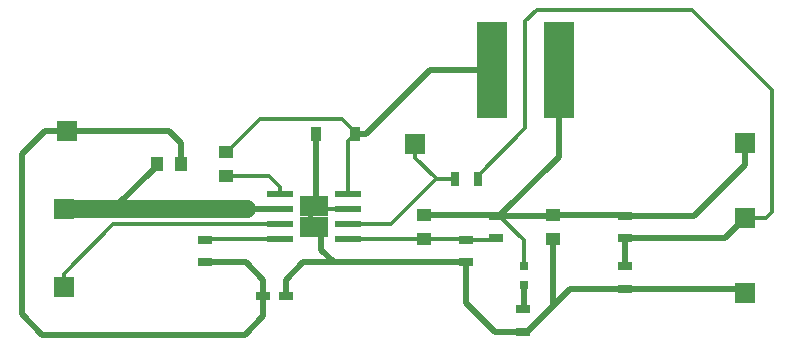
<source format=gtl>
G04 #@! TF.FileFunction,Copper,L1,Top,Signal*
%FSLAX46Y46*%
G04 Gerber Fmt 4.6, Leading zero omitted, Abs format (unit mm)*
G04 Created by KiCad (PCBNEW 4.0.4-stable) date 05/22/17 07:36:44*
%MOMM*%
%LPD*%
G01*
G04 APERTURE LIST*
%ADD10C,0.100000*%
%ADD11R,1.700000X1.700000*%
%ADD12R,1.250000X1.000000*%
%ADD13R,0.800000X0.800000*%
%ADD14R,2.600000X8.200000*%
%ADD15R,0.900000X1.200000*%
%ADD16R,1.000000X1.250000*%
%ADD17R,1.300000X0.700000*%
%ADD18R,0.700000X1.300000*%
%ADD19R,1.200000X1.800000*%
%ADD20R,2.200000X0.600000*%
%ADD21R,1.200000X0.750000*%
%ADD22C,1.500000*%
%ADD23C,0.500000*%
%ADD24C,0.300000*%
%ADD25C,1.000000*%
%ADD26C,0.250000*%
G04 APERTURE END LIST*
D10*
D11*
X76454000Y-45212000D03*
D12*
X89916000Y-47006000D03*
X89916000Y-49006000D03*
X106680000Y-52356000D03*
X106680000Y-54356000D03*
X117602000Y-52340000D03*
X117602000Y-54340000D03*
D13*
X115138200Y-56629400D03*
X115138200Y-58229400D03*
D14*
X118090600Y-40055800D03*
X112490600Y-40055800D03*
D15*
X100838000Y-45466000D03*
X97538000Y-45466000D03*
D16*
X84090000Y-48006000D03*
X86090000Y-48006000D03*
D17*
X88138000Y-54422000D03*
X88138000Y-56322000D03*
D18*
X109352000Y-49276000D03*
X111252000Y-49276000D03*
D17*
X112776000Y-52390000D03*
X112776000Y-54290000D03*
X110236000Y-54422000D03*
X110236000Y-56322000D03*
X123698000Y-52390000D03*
X123698000Y-54290000D03*
X123698000Y-56642000D03*
X123698000Y-58542000D03*
X115112800Y-62189400D03*
X115112800Y-60289400D03*
D11*
X76200000Y-58420000D03*
X76200000Y-51816000D03*
X105943400Y-46304200D03*
X133858000Y-52578000D03*
X133858000Y-46228000D03*
X133858000Y-58928000D03*
D19*
X97974000Y-53340000D03*
X96774000Y-53340000D03*
X97974000Y-51540000D03*
D20*
X94499000Y-50535000D03*
X94499000Y-51805000D03*
X94499000Y-53075000D03*
X94499000Y-54345000D03*
X100249000Y-54345000D03*
X100249000Y-53075000D03*
X100249000Y-51805000D03*
X100249000Y-50535000D03*
D19*
X96774000Y-51540000D03*
D21*
X94996000Y-59182000D03*
X93096000Y-59182000D03*
D22*
X76200000Y-51816000D02*
X79248000Y-51816000D01*
D23*
X84090000Y-48131000D02*
X80405000Y-51816000D01*
D22*
X80405000Y-51816000D02*
X79248000Y-51816000D01*
D23*
X94466000Y-51816000D02*
X91694000Y-51816000D01*
D22*
X79248000Y-51816000D02*
X91694000Y-51816000D01*
X79631000Y-51816000D02*
X79248000Y-51816000D01*
D23*
X91516200Y-62458600D02*
X93096000Y-60878800D01*
X93096000Y-60878800D02*
X93096000Y-59182000D01*
X74371200Y-62458600D02*
X91516200Y-62458600D01*
X72644000Y-60731400D02*
X74371200Y-62458600D01*
X72644000Y-47172000D02*
X72644000Y-60731400D01*
X76454000Y-45212000D02*
X74604000Y-45212000D01*
X74604000Y-45212000D02*
X72644000Y-47172000D01*
X88138000Y-56322000D02*
X91628000Y-56322000D01*
X91628000Y-56322000D02*
X93096000Y-57790000D01*
X93096000Y-57790000D02*
X93096000Y-59182000D01*
X85090000Y-45212000D02*
X86090000Y-46212000D01*
X86090000Y-46212000D02*
X86090000Y-48006000D01*
X76454000Y-45212000D02*
X85090000Y-45212000D01*
X100838000Y-45466000D02*
X101788000Y-45466000D01*
X101788000Y-45466000D02*
X107198200Y-40055800D01*
X107198200Y-40055800D02*
X110690600Y-40055800D01*
X110690600Y-40055800D02*
X112490600Y-40055800D01*
D24*
X100249000Y-50535000D02*
X100249000Y-46055000D01*
X100249000Y-46055000D02*
X100838000Y-45466000D01*
X89916000Y-47006000D02*
X90041000Y-47006000D01*
X90041000Y-47006000D02*
X92851000Y-44196000D01*
X92851000Y-44196000D02*
X99718000Y-44196000D01*
X99718000Y-44196000D02*
X100838000Y-45316000D01*
X100838000Y-45316000D02*
X100838000Y-45466000D01*
X89916000Y-49006000D02*
X93570000Y-49006000D01*
X93570000Y-49006000D02*
X94499000Y-49935000D01*
X94499000Y-49935000D02*
X94499000Y-50535000D01*
D23*
X117602000Y-52340000D02*
X123648000Y-52340000D01*
X123648000Y-52340000D02*
X123698000Y-52390000D01*
X112776000Y-52390000D02*
X117552000Y-52390000D01*
X117552000Y-52390000D02*
X117602000Y-52340000D01*
X106680000Y-52356000D02*
X112742000Y-52356000D01*
X112742000Y-52356000D02*
X112776000Y-52390000D01*
X118090600Y-40055800D02*
X118090600Y-47375400D01*
X118090600Y-47375400D02*
X113076000Y-52390000D01*
X113076000Y-52390000D02*
X112776000Y-52390000D01*
D24*
X115138200Y-56629400D02*
X115138200Y-54452200D01*
X115138200Y-54452200D02*
X113076000Y-52390000D01*
D23*
X123698000Y-52390000D02*
X129546000Y-52390000D01*
X129546000Y-52390000D02*
X133858000Y-48078000D01*
X133858000Y-48078000D02*
X133858000Y-46228000D01*
D24*
X110236000Y-54422000D02*
X112644000Y-54422000D01*
X112644000Y-54422000D02*
X112776000Y-54290000D01*
X106680000Y-54356000D02*
X110170000Y-54356000D01*
X110170000Y-54356000D02*
X110236000Y-54422000D01*
X100249000Y-54345000D02*
X106669000Y-54345000D01*
X106669000Y-54345000D02*
X106680000Y-54356000D01*
D23*
X117602000Y-60000200D02*
X119060200Y-58542000D01*
X119060200Y-58542000D02*
X123698000Y-58542000D01*
X115412800Y-62189400D02*
X117602000Y-60000200D01*
X117602000Y-60000200D02*
X117602000Y-55840000D01*
X117602000Y-55840000D02*
X117602000Y-54340000D01*
X110236000Y-59740800D02*
X112684600Y-62189400D01*
X112684600Y-62189400D02*
X115112800Y-62189400D01*
X110236000Y-56322000D02*
X110236000Y-59740800D01*
X94996000Y-59182000D02*
X94996000Y-57807000D01*
X94996000Y-57807000D02*
X96481000Y-56322000D01*
X96481000Y-56322000D02*
X99056000Y-56322000D01*
X97538000Y-45466000D02*
X97538000Y-51104000D01*
D25*
X97538000Y-51104000D02*
X97974000Y-51540000D01*
D23*
X110236000Y-56322000D02*
X99056000Y-56322000D01*
X97974000Y-55240000D02*
X97974000Y-53340000D01*
X99056000Y-56322000D02*
X97974000Y-55240000D01*
D26*
X96774000Y-51540000D02*
X96774000Y-52140000D01*
X96774000Y-52140000D02*
X97974000Y-53340000D01*
D23*
X123698000Y-58542000D02*
X133472000Y-58542000D01*
D25*
X133472000Y-58542000D02*
X133858000Y-58928000D01*
D24*
X97289001Y-53468799D02*
X97582801Y-53174999D01*
X97582801Y-53174999D02*
X97974000Y-53174999D01*
X97458999Y-51411201D02*
X97165199Y-51705001D01*
X97165199Y-51705001D02*
X96774000Y-51705001D01*
X100249000Y-51805000D02*
X96873999Y-51805000D01*
X96873999Y-51805000D02*
X96774000Y-51705001D01*
D23*
X115138200Y-58229400D02*
X115138200Y-60264000D01*
X115138200Y-60264000D02*
X115112800Y-60289400D01*
D24*
X94499000Y-54345000D02*
X88215000Y-54345000D01*
X88215000Y-54345000D02*
X88138000Y-54422000D01*
X107696000Y-49276000D02*
X109352000Y-49276000D01*
X103897000Y-53075000D02*
X100249000Y-53075000D01*
X107696000Y-49276000D02*
X103897000Y-53075000D01*
X105943400Y-46304200D02*
X105943400Y-47454200D01*
X105943400Y-47454200D02*
X107696000Y-49206800D01*
X107696000Y-49206800D02*
X107696000Y-49276000D01*
X136144000Y-52044600D02*
X135610600Y-52578000D01*
X135610600Y-52578000D02*
X133858000Y-52578000D01*
X136144000Y-41732200D02*
X136144000Y-52044600D01*
X129362200Y-34950400D02*
X136144000Y-41732200D01*
X116230400Y-34950400D02*
X129362200Y-34950400D01*
X115265200Y-35915600D02*
X116230400Y-34950400D01*
X115265200Y-44962800D02*
X115265200Y-35915600D01*
X111252000Y-49276000D02*
X111252000Y-48976000D01*
X111252000Y-48976000D02*
X115265200Y-44962800D01*
D23*
X123698000Y-54290000D02*
X132146000Y-54290000D01*
X132146000Y-54290000D02*
X133858000Y-52578000D01*
X123698000Y-54290000D02*
X123698000Y-56642000D01*
D24*
X76200000Y-58420000D02*
X76200000Y-57270000D01*
X76200000Y-57270000D02*
X80395000Y-53075000D01*
X80395000Y-53075000D02*
X93099000Y-53075000D01*
X93099000Y-53075000D02*
X94499000Y-53075000D01*
M02*

</source>
